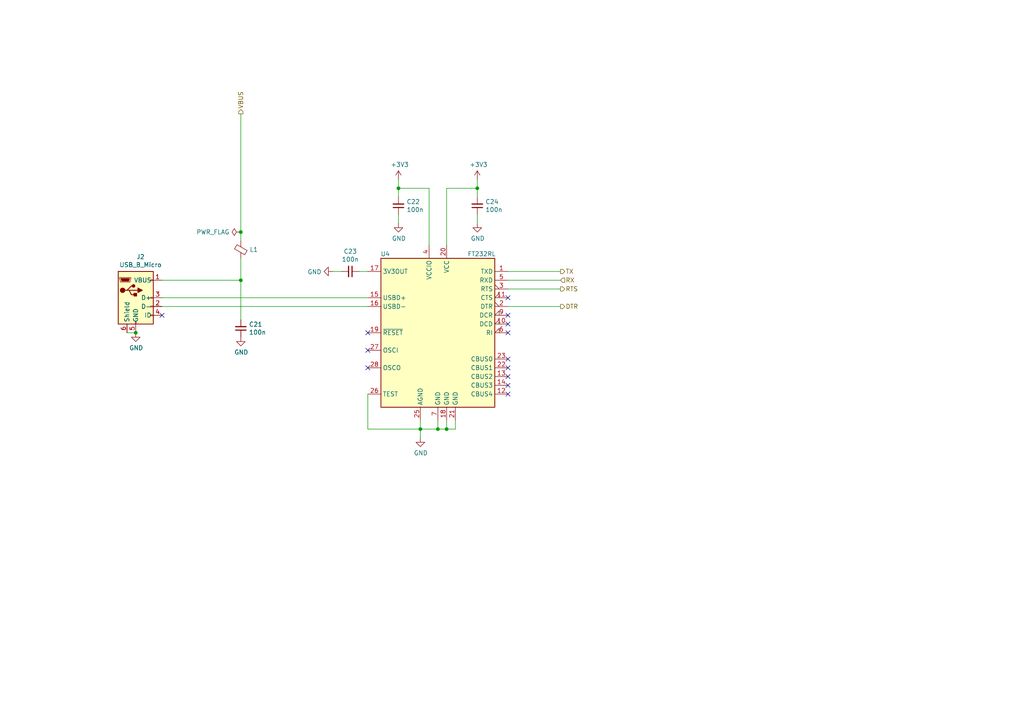
<source format=kicad_sch>
(kicad_sch (version 20200714) (host eeschema "5.99.0-unknown-039b6fd~102~ubuntu18.04.1")
  (page 1 4)
  (paper "A4")
  (title_block (title "picoHSM") (date "2020-09-11") (rev "v1.0") (company "Ledger"))
  (lib_symbols
    (symbol "Connector:USB_B_Micro"
      (property "Reference" "J" (at -5.08 11.43 0))
      (property "Value" "USB_B_Micro" (at -5.08 8.89 0))
      (symbol "USB_B_Micro_0_1"
        (circle (center -3.81 2.159) (radius 0.635) (stroke (width 0.254)) (fill (type outline)))
        (circle (center -0.635 3.429) (radius 0.381) (stroke (width 0.254)) (fill (type outline)))
        (rectangle (start -5.08 -7.62) (end 5.08 7.62) (stroke (width 0.254)) (fill (type background)))
        (rectangle (start -0.127 -7.62) (end 0.127 -6.858))
        (rectangle (start 0.254 1.27) (end -0.508 0.508) (stroke (width 0.254)) (fill (type outline)))
        (rectangle (start 5.08 -5.207) (end 4.318 -4.953))
        (rectangle (start 5.08 -2.667) (end 4.318 -2.413))
        (rectangle (start 5.08 -0.127) (end 4.318 0.127))
        (rectangle (start 5.08 4.953) (end 4.318 5.207))
        (polyline (pts (xy -1.905 2.159) (xy 0.635 2.159)) (stroke (width 0.254)))
        (polyline (pts (xy -3.175 2.159) (xy -2.54 2.159) (xy -1.27 3.429) (xy -0.635 3.429)) (stroke (width 0.254)))
        (polyline (pts (xy -2.54 2.159) (xy -1.905 2.159) (xy -1.27 0.889) (xy 0 0.889)) (stroke (width 0.254)))
        (polyline (pts (xy 0.635 2.794) (xy 0.635 1.524) (xy 1.905 2.159) (xy 0.635 2.794)) (stroke (width 0.254)) (fill (type outline)))
        (polyline (pts (xy -4.318 5.588) (xy -1.778 5.588) (xy -2.032 4.826) (xy -4.064 4.826) (xy -4.318 5.588)) (fill (type outline)))
        (polyline (pts (xy -4.699 5.842) (xy -4.699 5.588) (xy -4.445 4.826) (xy -4.445 4.572) (xy -1.651 4.572) (xy -1.651 4.826) (xy -1.397 5.588) (xy -1.397 5.842) (xy -4.699 5.842)))
      )
      (symbol "USB_B_Micro_1_1"
        (pin power_out line (at 7.62 5.08 180) (length 2.54) (name "VBUS") (number "1"))
        (pin passive line (at 7.62 -2.54 180) (length 2.54) (name "D-") (number "2"))
        (pin passive line (at 7.62 0 180) (length 2.54) (name "D+") (number "3"))
        (pin passive line (at 7.62 -5.08 180) (length 2.54) (name "ID") (number "4"))
        (pin power_out line (at 0 -10.16 90) (length 2.54) (name "GND") (number "5"))
        (pin passive line (at -2.54 -10.16 90) (length 2.54) (name "Shield") (number "6"))
      )
    )
    (symbol "Device:C_Small" (pin_numbers hide) (pin_names (offset 0.254) hide)
      (property "Reference" "C" (at 0.254 1.778 0))
      (property "Value" "C_Small" (at 0.254 -2.032 0))
      (symbol "C_Small_0_1"
        (polyline (pts (xy -1.524 -0.508) (xy 1.524 -0.508)) (stroke (width 0.3302)))
        (polyline (pts (xy -1.524 0.508) (xy 1.524 0.508)) (stroke (width 0.3048)))
      )
      (symbol "C_Small_1_1"
        (pin passive line (at 0 2.54 270) (length 2.032) (name "~") (number "1"))
        (pin passive line (at 0 -2.54 90) (length 2.032) (name "~") (number "2"))
      )
    )
    (symbol "Device:Ferrite_Bead_Small" (pin_numbers hide) (pin_names (offset 0))
      (property "Reference" "FB" (at 1.905 1.27 0))
      (property "Value" "Ferrite_Bead_Small" (at 1.905 -1.27 0))
      (symbol "Ferrite_Bead_Small_0_1"
        (polyline (pts (xy 0 -1.27) (xy 0 -0.7874)))
        (polyline (pts (xy 0 0.889) (xy 0 1.2954)))
        (polyline (pts (xy -1.8288 0.2794) (xy -1.1176 1.4986) (xy 1.8288 -0.2032) (xy 1.1176 -1.4224) (xy -1.8288 0.2794)))
      )
      (symbol "Ferrite_Bead_Small_1_1"
        (pin passive line (at 0 2.54 270) (length 1.27) (name "~") (number "1"))
        (pin passive line (at 0 -2.54 90) (length 1.27) (name "~") (number "2"))
      )
    )
    (symbol "Interface_USB:FT232RL" (pin_names (offset 0.508))
      (property "Reference" "U" (at -16.51 22.86 0))
      (property "Value" "FT232RL" (at 10.16 22.86 0))
      (symbol "FT232RL_0_1"
        (rectangle (start -16.51 21.59) (end 16.51 -21.59) (stroke (width 0.254)) (fill (type background)))
      )
      (symbol "FT232RL_1_1"
        (pin output line (at 20.32 17.78 180) (length 3.81) (name "TXD") (number "1"))
        (pin input input_low (at 20.32 2.54 180) (length 3.81) (name "DCD") (number "10"))
        (pin input input_low (at 20.32 10.16 180) (length 3.81) (name "CTS") (number "11"))
        (pin bidirectional line (at 20.32 -17.78 180) (length 3.81) (name "CBUS4") (number "12"))
        (pin bidirectional line (at 20.32 -12.7 180) (length 3.81) (name "CBUS2") (number "13"))
        (pin bidirectional line (at 20.32 -15.24 180) (length 3.81) (name "CBUS3") (number "14"))
        (pin bidirectional line (at -20.32 10.16 0) (length 3.81) (name "USBD+") (number "15"))
        (pin bidirectional line (at -20.32 7.62 0) (length 3.81) (name "USBD-") (number "16"))
        (pin power_out line (at -20.32 17.78 0) (length 3.81) (name "3V3OUT") (number "17"))
        (pin power_in line (at 2.54 -25.4 90) (length 3.81) (name "GND") (number "18"))
        (pin input line (at -20.32 0 0) (length 3.81) (name "~RESET~") (number "19"))
        (pin output output_low (at 20.32 7.62 180) (length 3.81) (name "DTR") (number "2"))
        (pin power_in line (at 2.54 25.4 270) (length 3.81) (name "VCC") (number "20"))
        (pin power_in line (at 5.08 -25.4 90) (length 3.81) (name "GND") (number "21"))
        (pin bidirectional line (at 20.32 -10.16 180) (length 3.81) (name "CBUS1") (number "22"))
        (pin bidirectional line (at 20.32 -7.62 180) (length 3.81) (name "CBUS0") (number "23"))
        (pin power_in line (at -5.08 -25.4 90) (length 3.81) (name "AGND") (number "25"))
        (pin input line (at -20.32 -17.78 0) (length 3.81) (name "TEST") (number "26"))
        (pin input line (at -20.32 -5.08 0) (length 3.81) (name "OSCI") (number "27"))
        (pin output line (at -20.32 -10.16 0) (length 3.81) (name "OSCO") (number "28"))
        (pin output output_low (at 20.32 12.7 180) (length 3.81) (name "RTS") (number "3"))
        (pin power_in line (at -2.54 25.4 270) (length 3.81) (name "VCCIO") (number "4"))
        (pin input line (at 20.32 15.24 180) (length 3.81) (name "RXD") (number "5"))
        (pin input input_low (at 20.32 0 180) (length 3.81) (name "RI") (number "6"))
        (pin power_in line (at 0 -25.4 90) (length 3.81) (name "GND") (number "7"))
        (pin input input_low (at 20.32 5.08 180) (length 3.81) (name "DCR") (number "9"))
      )
    )
    (symbol "power:+3V3" (power) (pin_names (offset 0))
      (property "Value" "+3V3" (at 0 3.556 0))
      (symbol "+3V3_0_1"
        (polyline (pts (xy -0.762 1.27) (xy 0 2.54)))
        (polyline (pts (xy 0 0) (xy 0 2.54)))
        (polyline (pts (xy 0 2.54) (xy 0.762 1.27)))
      )
      (symbol "+3V3_1_1"
        (pin power_in line (at 0 0 90) (length 0) hide (name "+3V3") (number "1"))
      )
    )
    (symbol "power:GND" (power) (pin_names (offset 0))
      (property "Value" "GND" (at 0 -3.81 0))
      (symbol "GND_0_1"
        (polyline (pts (xy 0 0) (xy 0 -1.27) (xy 1.27 -1.27) (xy 0 -2.54) (xy -1.27 -1.27) (xy 0 -1.27)))
      )
      (symbol "GND_1_1"
        (pin power_in line (at 0 0 270) (length 0) hide (name "GND") (number "1"))
      )
    )
    (symbol "power:PWR_FLAG" (power) (pin_numbers hide) (pin_names (offset 0) hide)
      (property "Value" "PWR_FLAG" (at 0 3.81 0))
      (symbol "PWR_FLAG_0_1"
        (polyline (pts (xy 0 0) (xy 0 1.27) (xy -1.016 1.905) (xy 0 2.54) (xy 1.016 1.905) (xy 0 1.27)))
      )
      (symbol "PWR_FLAG_0_0"
        (pin power_out line (at 0 0 90) (length 0) (name "pwr") (number "1"))
      )
    )
  )
  (junction (at 39.37 96.52))
  (junction (at 69.85 67.31))
  (junction (at 69.85 81.28))
  (junction (at 115.57 54.61))
  (junction (at 121.92 124.46))
  (junction (at 127 124.46))
  (junction (at 129.54 124.46))
  (junction (at 138.43 54.61))
  (no_connect (at 147.32 114.3))
  (no_connect (at 147.32 96.52))
  (no_connect (at 147.32 109.22))
  (no_connect (at 147.32 111.76))
  (no_connect (at 106.68 101.6))
  (no_connect (at 106.68 106.68))
  (no_connect (at 147.32 106.68))
  (no_connect (at 106.68 96.52))
  (no_connect (at 147.32 86.36))
  (no_connect (at 147.32 91.44))
  (no_connect (at 46.99 91.44))
  (no_connect (at 147.32 104.14))
  (no_connect (at 147.32 93.98))
  (wire (pts (xy 39.37 96.52) (xy 36.83 96.52)))
  (wire (pts (xy 46.99 81.28) (xy 69.85 81.28)))
  (wire (pts (xy 46.99 86.36) (xy 106.68 86.36)))
  (wire (pts (xy 46.99 88.9) (xy 106.68 88.9)))
  (wire (pts (xy 69.85 67.31) (xy 69.85 33.02)))
  (wire (pts (xy 69.85 69.85) (xy 69.85 67.31)))
  (wire (pts (xy 69.85 81.28) (xy 69.85 74.93)))
  (wire (pts (xy 69.85 81.28) (xy 69.85 92.71)))
  (wire (pts (xy 96.52 78.74) (xy 99.06 78.74)))
  (wire (pts (xy 104.14 78.74) (xy 106.68 78.74)))
  (wire (pts (xy 106.68 114.3) (xy 106.68 124.46)))
  (wire (pts (xy 106.68 124.46) (xy 121.92 124.46)))
  (wire (pts (xy 115.57 52.07) (xy 115.57 54.61)))
  (wire (pts (xy 115.57 54.61) (xy 115.57 57.15)))
  (wire (pts (xy 115.57 62.23) (xy 115.57 64.77)))
  (wire (pts (xy 121.92 124.46) (xy 121.92 121.92)))
  (wire (pts (xy 121.92 124.46) (xy 121.92 127)))
  (wire (pts (xy 121.92 124.46) (xy 127 124.46)))
  (wire (pts (xy 124.46 54.61) (xy 115.57 54.61)))
  (wire (pts (xy 124.46 54.61) (xy 124.46 71.12)))
  (wire (pts (xy 127 124.46) (xy 127 121.92)))
  (wire (pts (xy 127 124.46) (xy 129.54 124.46)))
  (wire (pts (xy 129.54 54.61) (xy 138.43 54.61)))
  (wire (pts (xy 129.54 71.12) (xy 129.54 54.61)))
  (wire (pts (xy 129.54 124.46) (xy 129.54 121.92)))
  (wire (pts (xy 129.54 124.46) (xy 132.08 124.46)))
  (wire (pts (xy 132.08 124.46) (xy 132.08 121.92)))
  (wire (pts (xy 138.43 52.07) (xy 138.43 54.61)))
  (wire (pts (xy 138.43 54.61) (xy 138.43 57.15)))
  (wire (pts (xy 138.43 62.23) (xy 138.43 64.77)))
  (wire (pts (xy 147.32 78.74) (xy 162.56 78.74)))
  (wire (pts (xy 147.32 81.28) (xy 162.56 81.28)))
  (wire (pts (xy 147.32 83.82) (xy 162.56 83.82)))
  (wire (pts (xy 147.32 88.9) (xy 162.56 88.9)))
  (hierarchical_label "VBUS" (shape output) (at 69.85 33.02 90))
  (hierarchical_label "TX" (shape output) (at 162.56 78.74 0))
  (hierarchical_label "RX" (shape input) (at 162.56 81.28 0))
  (hierarchical_label "RTS" (shape output) (at 162.56 83.82 0))
  (hierarchical_label "DTR" (shape output) (at 162.56 88.9 0))
  (symbol (lib_id "power:PWR_FLAG") (at 69.85 67.31 90) (unit 1)
    (property "Reference" "#FLG0101" (effects hide))
    (property "Value" "PWR_FLAG" (at 66.5988 67.31 90) (effects (justify left)))
  )
  (symbol (lib_id "power:+3V3") (at 115.57 52.07 0) (unit 1)
    (property "Reference" "#PWR0146" (effects hide))
    (property "Value" "+3V3" (at 115.9383 47.7456 0))
  )
  (symbol (lib_id "power:+3V3") (at 138.43 52.07 0) (unit 1)
    (property "Reference" "#PWR0133" (effects hide))
    (property "Value" "+3V3" (at 138.7983 47.7456 0))
  )
  (symbol (lib_id "power:GND") (at 39.37 96.52 0) (unit 1)
    (property "Reference" "#PWR0132" (effects hide))
    (property "Value" "GND" (at 39.497 100.9142 0))
  )
  (symbol (lib_id "power:GND") (at 69.85 97.79 0) (unit 1)
    (property "Reference" "#PWR0131" (effects hide))
    (property "Value" "GND" (at 69.977 102.1842 0))
  )
  (symbol (lib_id "power:GND") (at 96.52 78.74 270) (unit 1)
    (property "Reference" "#PWR0130" (effects hide))
    (property "Value" "GND" (at 93.2688 78.867 90) (effects (justify right)))
  )
  (symbol (lib_id "power:GND") (at 115.57 64.77 0) (unit 1)
    (property "Reference" "#PWR0135" (effects hide))
    (property "Value" "GND" (at 115.697 69.1642 0))
  )
  (symbol (lib_id "power:GND") (at 121.92 127 0) (unit 1)
    (property "Reference" "#PWR0129" (effects hide))
    (property "Value" "GND" (at 122.047 131.3942 0))
  )
  (symbol (lib_id "power:GND") (at 138.43 64.77 0) (unit 1)
    (property "Reference" "#PWR0134" (effects hide))
    (property "Value" "GND" (at 138.557 69.1642 0))
  )
  (symbol (lib_id "Device:C_Small") (at 69.85 95.25 180) (unit 1)
    (property "Reference" "C21" (at 72.1868 94.0816 0) (effects (justify right)))
    (property "Value" "100n" (at 72.1868 96.393 0) (effects (justify right)))
    (property "Footprint" "Capacitor_SMD:C_0603_1608Metric" (effects hide))
    (property "Manufacturer" "Multicomp" (effects hide))
    (property "Vendor" "Farnell" (effects hide))
    (property "ManufacturerRef" "MC0603B104K250CT" (effects hide))
    (property "VendorRef" "1759037" (effects hide))
    (property "Price" "0.0477" (effects hide))
  )
  (symbol (lib_id "Device:C_Small") (at 101.6 78.74 270) (unit 1)
    (property "Reference" "C23" (at 101.6 72.9234 90))
    (property "Value" "100n" (at 101.6 75.2348 90))
    (property "Footprint" "Capacitor_SMD:C_0603_1608Metric" (effects hide))
    (property "Manufacturer" "Multicomp" (effects hide))
    (property "Vendor" "Farnell" (effects hide))
    (property "ManufacturerRef" "MC0603B104K250CT" (effects hide))
    (property "VendorRef" "1759037" (effects hide))
    (property "Price" "0.0477" (effects hide))
  )
  (symbol (lib_id "Device:C_Small") (at 115.57 59.69 180) (unit 1)
    (property "Reference" "C22" (at 117.9068 58.5216 0) (effects (justify right)))
    (property "Value" "100n" (at 117.9068 60.833 0) (effects (justify right)))
    (property "Footprint" "Capacitor_SMD:C_0603_1608Metric" (effects hide))
    (property "Manufacturer" "Multicomp" (effects hide))
    (property "Vendor" "Farnell" (effects hide))
    (property "ManufacturerRef" "MC0603B104K250CT" (effects hide))
    (property "VendorRef" "1759037" (effects hide))
    (property "Price" "0.0477" (effects hide))
  )
  (symbol (lib_id "Device:C_Small") (at 138.43 59.69 180) (unit 1)
    (property "Reference" "C24" (at 140.7668 58.5216 0) (effects (justify right)))
    (property "Value" "100n" (at 140.7668 60.833 0) (effects (justify right)))
    (property "Footprint" "Capacitor_SMD:C_0603_1608Metric" (effects hide))
    (property "Manufacturer" "Multicomp" (effects hide))
    (property "Vendor" "Farnell" (effects hide))
    (property "ManufacturerRef" "MC0603B104K250CT" (effects hide))
    (property "VendorRef" "1759037" (effects hide))
    (property "Price" "0.0477" (effects hide))
  )
  (symbol (lib_id "Device:Ferrite_Bead_Small") (at 69.85 72.39 180) (unit 1)
    (property "Reference" "L1" (at 72.39 72.39 0) (effects (justify right)))
    (property "Value" "Ferrite_Bead_Small" (effects hide))
    (property "Footprint" "Inductor_SMD:L_0603_1608Metric" (effects hide))
    (property "Vendor" "Farnell" (effects hide))
    (property "VendorRef" "1515746" (effects hide))
    (property "Manufacturer" "Murata" (effects hide))
    (property "ManufacturerRef" "BLM18PG600SN1D" (effects hide))
    (property "Price" "0.0492" (effects hide))
  )
  (symbol (lib_id "Connector:USB_B_Micro") (at 39.37 86.36 0) (unit 1)
    (property "Reference" "J2" (at 40.767 74.4982 0))
    (property "Value" "USB_B_Micro" (at 40.767 76.8096 0))
    (property "Footprint" "Connector_USB:USB_Micro-B_Wuerth_629105150521" (effects hide))
    (property "Manufacturer" "Wurth Electronik" (effects hide))
    (property "ManufacturerRef" "629105150521" (effects hide))
    (property "Price" "1.70" (effects hide))
    (property "Vendor" "Farnell" (effects hide))
    (property "VendorRef" "2470822" (effects hide))
  )
  (symbol (lib_id "Interface_USB:FT232RL") (at 127 96.52 0) (unit 1)
    (property "Reference" "U4" (at 111.76 73.66 0))
    (property "Value" "FT232RL" (at 139.7 73.66 0))
    (property "Footprint" "Package_SO:SSOP-28_5.3x10.2mm_P0.65mm" (effects hide))
    (property "Datasheet" "https://www.ftdichip.com/Support/Documents/DataSheets/ICs/DS_FT232R.pdf" (effects hide))
    (property "Manufacturer" "FTDI" (effects hide))
    (property "ManufacturerRef" "FT232RL-REEL" (effects hide))
    (property "Price" "3.89" (effects hide))
    (property "Vendor" "Farnell" (effects hide))
    (property "VendorRef" "1146032" (effects hide))
  )
)
</source>
